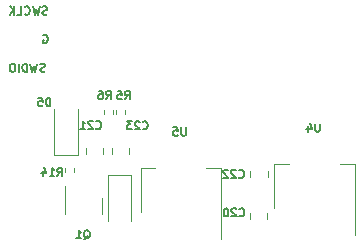
<source format=gbr>
%TF.GenerationSoftware,KiCad,Pcbnew,6.0.11-2627ca5db0~126~ubuntu22.04.1*%
%TF.CreationDate,2023-06-07T19:59:22+02:00*%
%TF.ProjectId,asac-fc-rev-b,61736163-2d66-4632-9d72-65762d622e6b,B*%
%TF.SameCoordinates,Original*%
%TF.FileFunction,Legend,Bot*%
%TF.FilePolarity,Positive*%
%FSLAX46Y46*%
G04 Gerber Fmt 4.6, Leading zero omitted, Abs format (unit mm)*
G04 Created by KiCad (PCBNEW 6.0.11-2627ca5db0~126~ubuntu22.04.1) date 2023-06-07 19:59:22*
%MOMM*%
%LPD*%
G01*
G04 APERTURE LIST*
%ADD10C,0.175000*%
%ADD11C,0.150000*%
%ADD12C,0.120000*%
G04 APERTURE END LIST*
D10*
X109363333Y-120253333D02*
X109263333Y-120286666D01*
X109096666Y-120286666D01*
X109030000Y-120253333D01*
X108996666Y-120220000D01*
X108963333Y-120153333D01*
X108963333Y-120086666D01*
X108996666Y-120020000D01*
X109030000Y-119986666D01*
X109096666Y-119953333D01*
X109230000Y-119920000D01*
X109296666Y-119886666D01*
X109330000Y-119853333D01*
X109363333Y-119786666D01*
X109363333Y-119720000D01*
X109330000Y-119653333D01*
X109296666Y-119620000D01*
X109230000Y-119586666D01*
X109063333Y-119586666D01*
X108963333Y-119620000D01*
X108730000Y-119586666D02*
X108563333Y-120286666D01*
X108430000Y-119786666D01*
X108296666Y-120286666D01*
X108130000Y-119586666D01*
X107863333Y-120286666D02*
X107863333Y-119586666D01*
X107696666Y-119586666D01*
X107596666Y-119620000D01*
X107530000Y-119686666D01*
X107496666Y-119753333D01*
X107463333Y-119886666D01*
X107463333Y-119986666D01*
X107496666Y-120120000D01*
X107530000Y-120186666D01*
X107596666Y-120253333D01*
X107696666Y-120286666D01*
X107863333Y-120286666D01*
X107163333Y-120286666D02*
X107163333Y-119586666D01*
X106696666Y-119586666D02*
X106563333Y-119586666D01*
X106496666Y-119620000D01*
X106430000Y-119686666D01*
X106396666Y-119820000D01*
X106396666Y-120053333D01*
X106430000Y-120186666D01*
X106496666Y-120253333D01*
X106563333Y-120286666D01*
X106696666Y-120286666D01*
X106763333Y-120253333D01*
X106830000Y-120186666D01*
X106863333Y-120053333D01*
X106863333Y-119820000D01*
X106830000Y-119686666D01*
X106763333Y-119620000D01*
X106696666Y-119586666D01*
X109196666Y-117190000D02*
X109263333Y-117156666D01*
X109363333Y-117156666D01*
X109463333Y-117190000D01*
X109530000Y-117256666D01*
X109563333Y-117323333D01*
X109596666Y-117456666D01*
X109596666Y-117556666D01*
X109563333Y-117690000D01*
X109530000Y-117756666D01*
X109463333Y-117823333D01*
X109363333Y-117856666D01*
X109296666Y-117856666D01*
X109196666Y-117823333D01*
X109163333Y-117790000D01*
X109163333Y-117556666D01*
X109296666Y-117556666D01*
X109553333Y-115423333D02*
X109453333Y-115456666D01*
X109286666Y-115456666D01*
X109220000Y-115423333D01*
X109186666Y-115390000D01*
X109153333Y-115323333D01*
X109153333Y-115256666D01*
X109186666Y-115190000D01*
X109220000Y-115156666D01*
X109286666Y-115123333D01*
X109420000Y-115090000D01*
X109486666Y-115056666D01*
X109520000Y-115023333D01*
X109553333Y-114956666D01*
X109553333Y-114890000D01*
X109520000Y-114823333D01*
X109486666Y-114790000D01*
X109420000Y-114756666D01*
X109253333Y-114756666D01*
X109153333Y-114790000D01*
X108920000Y-114756666D02*
X108753333Y-115456666D01*
X108620000Y-114956666D01*
X108486666Y-115456666D01*
X108320000Y-114756666D01*
X107653333Y-115390000D02*
X107686666Y-115423333D01*
X107786666Y-115456666D01*
X107853333Y-115456666D01*
X107953333Y-115423333D01*
X108020000Y-115356666D01*
X108053333Y-115290000D01*
X108086666Y-115156666D01*
X108086666Y-115056666D01*
X108053333Y-114923333D01*
X108020000Y-114856666D01*
X107953333Y-114790000D01*
X107853333Y-114756666D01*
X107786666Y-114756666D01*
X107686666Y-114790000D01*
X107653333Y-114823333D01*
X107020000Y-115456666D02*
X107353333Y-115456666D01*
X107353333Y-114756666D01*
X106786666Y-115456666D02*
X106786666Y-114756666D01*
X106386666Y-115456666D02*
X106686666Y-115056666D01*
X106386666Y-114756666D02*
X106786666Y-115156666D01*
D11*
%TO.C,U4*%
X132643333Y-124666666D02*
X132643333Y-125233333D01*
X132610000Y-125300000D01*
X132576666Y-125333333D01*
X132510000Y-125366666D01*
X132376666Y-125366666D01*
X132310000Y-125333333D01*
X132276666Y-125300000D01*
X132243333Y-125233333D01*
X132243333Y-124666666D01*
X131610000Y-124900000D02*
X131610000Y-125366666D01*
X131776666Y-124633333D02*
X131943333Y-125133333D01*
X131510000Y-125133333D01*
%TO.C,C22*%
X125790000Y-129210000D02*
X125823333Y-129243333D01*
X125923333Y-129276666D01*
X125990000Y-129276666D01*
X126090000Y-129243333D01*
X126156666Y-129176666D01*
X126190000Y-129110000D01*
X126223333Y-128976666D01*
X126223333Y-128876666D01*
X126190000Y-128743333D01*
X126156666Y-128676666D01*
X126090000Y-128610000D01*
X125990000Y-128576666D01*
X125923333Y-128576666D01*
X125823333Y-128610000D01*
X125790000Y-128643333D01*
X125523333Y-128643333D02*
X125490000Y-128610000D01*
X125423333Y-128576666D01*
X125256666Y-128576666D01*
X125190000Y-128610000D01*
X125156666Y-128643333D01*
X125123333Y-128710000D01*
X125123333Y-128776666D01*
X125156666Y-128876666D01*
X125556666Y-129276666D01*
X125123333Y-129276666D01*
X124856666Y-128643333D02*
X124823333Y-128610000D01*
X124756666Y-128576666D01*
X124590000Y-128576666D01*
X124523333Y-128610000D01*
X124490000Y-128643333D01*
X124456666Y-128710000D01*
X124456666Y-128776666D01*
X124490000Y-128876666D01*
X124890000Y-129276666D01*
X124456666Y-129276666D01*
%TO.C,C20*%
X125830000Y-132470000D02*
X125863333Y-132503333D01*
X125963333Y-132536666D01*
X126030000Y-132536666D01*
X126130000Y-132503333D01*
X126196666Y-132436666D01*
X126230000Y-132370000D01*
X126263333Y-132236666D01*
X126263333Y-132136666D01*
X126230000Y-132003333D01*
X126196666Y-131936666D01*
X126130000Y-131870000D01*
X126030000Y-131836666D01*
X125963333Y-131836666D01*
X125863333Y-131870000D01*
X125830000Y-131903333D01*
X125563333Y-131903333D02*
X125530000Y-131870000D01*
X125463333Y-131836666D01*
X125296666Y-131836666D01*
X125230000Y-131870000D01*
X125196666Y-131903333D01*
X125163333Y-131970000D01*
X125163333Y-132036666D01*
X125196666Y-132136666D01*
X125596666Y-132536666D01*
X125163333Y-132536666D01*
X124730000Y-131836666D02*
X124663333Y-131836666D01*
X124596666Y-131870000D01*
X124563333Y-131903333D01*
X124530000Y-131970000D01*
X124496666Y-132103333D01*
X124496666Y-132270000D01*
X124530000Y-132403333D01*
X124563333Y-132470000D01*
X124596666Y-132503333D01*
X124663333Y-132536666D01*
X124730000Y-132536666D01*
X124796666Y-132503333D01*
X124830000Y-132470000D01*
X124863333Y-132403333D01*
X124896666Y-132270000D01*
X124896666Y-132103333D01*
X124863333Y-131970000D01*
X124830000Y-131903333D01*
X124796666Y-131870000D01*
X124730000Y-131836666D01*
%TO.C,R6*%
X114546666Y-122596666D02*
X114780000Y-122263333D01*
X114946666Y-122596666D02*
X114946666Y-121896666D01*
X114680000Y-121896666D01*
X114613333Y-121930000D01*
X114580000Y-121963333D01*
X114546666Y-122030000D01*
X114546666Y-122130000D01*
X114580000Y-122196666D01*
X114613333Y-122230000D01*
X114680000Y-122263333D01*
X114946666Y-122263333D01*
X113946666Y-121896666D02*
X114080000Y-121896666D01*
X114146666Y-121930000D01*
X114180000Y-121963333D01*
X114246666Y-122063333D01*
X114280000Y-122196666D01*
X114280000Y-122463333D01*
X114246666Y-122530000D01*
X114213333Y-122563333D01*
X114146666Y-122596666D01*
X114013333Y-122596666D01*
X113946666Y-122563333D01*
X113913333Y-122530000D01*
X113880000Y-122463333D01*
X113880000Y-122296666D01*
X113913333Y-122230000D01*
X113946666Y-122196666D01*
X114013333Y-122163333D01*
X114146666Y-122163333D01*
X114213333Y-122196666D01*
X114246666Y-122230000D01*
X114280000Y-122296666D01*
%TO.C,C21*%
X113700000Y-125060000D02*
X113733333Y-125093333D01*
X113833333Y-125126666D01*
X113900000Y-125126666D01*
X114000000Y-125093333D01*
X114066666Y-125026666D01*
X114100000Y-124960000D01*
X114133333Y-124826666D01*
X114133333Y-124726666D01*
X114100000Y-124593333D01*
X114066666Y-124526666D01*
X114000000Y-124460000D01*
X113900000Y-124426666D01*
X113833333Y-124426666D01*
X113733333Y-124460000D01*
X113700000Y-124493333D01*
X113433333Y-124493333D02*
X113400000Y-124460000D01*
X113333333Y-124426666D01*
X113166666Y-124426666D01*
X113100000Y-124460000D01*
X113066666Y-124493333D01*
X113033333Y-124560000D01*
X113033333Y-124626666D01*
X113066666Y-124726666D01*
X113466666Y-125126666D01*
X113033333Y-125126666D01*
X112366666Y-125126666D02*
X112766666Y-125126666D01*
X112566666Y-125126666D02*
X112566666Y-124426666D01*
X112633333Y-124526666D01*
X112700000Y-124593333D01*
X112766666Y-124626666D01*
%TO.C,U5*%
X121313333Y-124986666D02*
X121313333Y-125553333D01*
X121280000Y-125620000D01*
X121246666Y-125653333D01*
X121180000Y-125686666D01*
X121046666Y-125686666D01*
X120980000Y-125653333D01*
X120946666Y-125620000D01*
X120913333Y-125553333D01*
X120913333Y-124986666D01*
X120246666Y-124986666D02*
X120580000Y-124986666D01*
X120613333Y-125320000D01*
X120580000Y-125286666D01*
X120513333Y-125253333D01*
X120346666Y-125253333D01*
X120280000Y-125286666D01*
X120246666Y-125320000D01*
X120213333Y-125386666D01*
X120213333Y-125553333D01*
X120246666Y-125620000D01*
X120280000Y-125653333D01*
X120346666Y-125686666D01*
X120513333Y-125686666D01*
X120580000Y-125653333D01*
X120613333Y-125620000D01*
%TO.C,R5*%
X116146666Y-122616666D02*
X116380000Y-122283333D01*
X116546666Y-122616666D02*
X116546666Y-121916666D01*
X116280000Y-121916666D01*
X116213333Y-121950000D01*
X116180000Y-121983333D01*
X116146666Y-122050000D01*
X116146666Y-122150000D01*
X116180000Y-122216666D01*
X116213333Y-122250000D01*
X116280000Y-122283333D01*
X116546666Y-122283333D01*
X115513333Y-121916666D02*
X115846666Y-121916666D01*
X115880000Y-122250000D01*
X115846666Y-122216666D01*
X115780000Y-122183333D01*
X115613333Y-122183333D01*
X115546666Y-122216666D01*
X115513333Y-122250000D01*
X115480000Y-122316666D01*
X115480000Y-122483333D01*
X115513333Y-122550000D01*
X115546666Y-122583333D01*
X115613333Y-122616666D01*
X115780000Y-122616666D01*
X115846666Y-122583333D01*
X115880000Y-122550000D01*
%TO.C,D5*%
X109836666Y-123196666D02*
X109836666Y-122496666D01*
X109670000Y-122496666D01*
X109570000Y-122530000D01*
X109503333Y-122596666D01*
X109470000Y-122663333D01*
X109436666Y-122796666D01*
X109436666Y-122896666D01*
X109470000Y-123030000D01*
X109503333Y-123096666D01*
X109570000Y-123163333D01*
X109670000Y-123196666D01*
X109836666Y-123196666D01*
X108803333Y-122496666D02*
X109136666Y-122496666D01*
X109170000Y-122830000D01*
X109136666Y-122796666D01*
X109070000Y-122763333D01*
X108903333Y-122763333D01*
X108836666Y-122796666D01*
X108803333Y-122830000D01*
X108770000Y-122896666D01*
X108770000Y-123063333D01*
X108803333Y-123130000D01*
X108836666Y-123163333D01*
X108903333Y-123196666D01*
X109070000Y-123196666D01*
X109136666Y-123163333D01*
X109170000Y-123130000D01*
%TO.C,C23*%
X117650000Y-125100000D02*
X117683333Y-125133333D01*
X117783333Y-125166666D01*
X117850000Y-125166666D01*
X117950000Y-125133333D01*
X118016666Y-125066666D01*
X118050000Y-125000000D01*
X118083333Y-124866666D01*
X118083333Y-124766666D01*
X118050000Y-124633333D01*
X118016666Y-124566666D01*
X117950000Y-124500000D01*
X117850000Y-124466666D01*
X117783333Y-124466666D01*
X117683333Y-124500000D01*
X117650000Y-124533333D01*
X117383333Y-124533333D02*
X117350000Y-124500000D01*
X117283333Y-124466666D01*
X117116666Y-124466666D01*
X117050000Y-124500000D01*
X117016666Y-124533333D01*
X116983333Y-124600000D01*
X116983333Y-124666666D01*
X117016666Y-124766666D01*
X117416666Y-125166666D01*
X116983333Y-125166666D01*
X116750000Y-124466666D02*
X116316666Y-124466666D01*
X116550000Y-124733333D01*
X116450000Y-124733333D01*
X116383333Y-124766666D01*
X116350000Y-124800000D01*
X116316666Y-124866666D01*
X116316666Y-125033333D01*
X116350000Y-125100000D01*
X116383333Y-125133333D01*
X116450000Y-125166666D01*
X116650000Y-125166666D01*
X116716666Y-125133333D01*
X116750000Y-125100000D01*
%TO.C,R14*%
X110430000Y-129116666D02*
X110663333Y-128783333D01*
X110830000Y-129116666D02*
X110830000Y-128416666D01*
X110563333Y-128416666D01*
X110496666Y-128450000D01*
X110463333Y-128483333D01*
X110430000Y-128550000D01*
X110430000Y-128650000D01*
X110463333Y-128716666D01*
X110496666Y-128750000D01*
X110563333Y-128783333D01*
X110830000Y-128783333D01*
X109763333Y-129116666D02*
X110163333Y-129116666D01*
X109963333Y-129116666D02*
X109963333Y-128416666D01*
X110030000Y-128516666D01*
X110096666Y-128583333D01*
X110163333Y-128616666D01*
X109163333Y-128650000D02*
X109163333Y-129116666D01*
X109330000Y-128383333D02*
X109496666Y-128883333D01*
X109063333Y-128883333D01*
%TO.C,Q1*%
X112656666Y-134463333D02*
X112723333Y-134430000D01*
X112790000Y-134363333D01*
X112890000Y-134263333D01*
X112956666Y-134230000D01*
X113023333Y-134230000D01*
X112990000Y-134396666D02*
X113056666Y-134363333D01*
X113123333Y-134296666D01*
X113156666Y-134163333D01*
X113156666Y-133930000D01*
X113123333Y-133796666D01*
X113056666Y-133730000D01*
X112990000Y-133696666D01*
X112856666Y-133696666D01*
X112790000Y-133730000D01*
X112723333Y-133796666D01*
X112690000Y-133930000D01*
X112690000Y-134163333D01*
X112723333Y-134296666D01*
X112790000Y-134363333D01*
X112856666Y-134396666D01*
X112990000Y-134396666D01*
X112023333Y-134396666D02*
X112423333Y-134396666D01*
X112223333Y-134396666D02*
X112223333Y-133696666D01*
X112290000Y-133796666D01*
X112356666Y-133863333D01*
X112423333Y-133896666D01*
D12*
%TO.C,U4*%
X128790000Y-128065000D02*
X130050000Y-128065000D01*
X135610000Y-134075000D02*
X135610000Y-128065000D01*
X128790000Y-131825000D02*
X128790000Y-128065000D01*
X135610000Y-128065000D02*
X134350000Y-128065000D01*
%TO.C,C22*%
X126755000Y-129201252D02*
X126755000Y-128678748D01*
X128225000Y-129201252D02*
X128225000Y-128678748D01*
%TO.C,D4*%
X114670000Y-129000000D02*
X116670000Y-129000000D01*
X114670000Y-129000000D02*
X114670000Y-132900000D01*
X116670000Y-129000000D02*
X116670000Y-132900000D01*
%TO.C,C20*%
X126715000Y-132736252D02*
X126715000Y-132213748D01*
X128185000Y-132736252D02*
X128185000Y-132213748D01*
%TO.C,R6*%
X115100000Y-123526359D02*
X115100000Y-123833641D01*
X114340000Y-123526359D02*
X114340000Y-123833641D01*
%TO.C,C21*%
X112815000Y-127261252D02*
X112815000Y-126738748D01*
X114285000Y-127261252D02*
X114285000Y-126738748D01*
%TO.C,U5*%
X117465000Y-128415000D02*
X118725000Y-128415000D01*
X124285000Y-134425000D02*
X124285000Y-128415000D01*
X124285000Y-128415000D02*
X123025000Y-128415000D01*
X117465000Y-132175000D02*
X117465000Y-128415000D01*
%TO.C,R5*%
X116120000Y-123556359D02*
X116120000Y-123863641D01*
X115360000Y-123556359D02*
X115360000Y-123863641D01*
%TO.C,D5*%
X112160000Y-127350000D02*
X112160000Y-123450000D01*
X110160000Y-127350000D02*
X110160000Y-123450000D01*
X112160000Y-127350000D02*
X110160000Y-127350000D01*
%TO.C,C23*%
X116505000Y-127231252D02*
X116505000Y-126708748D01*
X115035000Y-127231252D02*
X115035000Y-126708748D01*
%TO.C,R14*%
X111800000Y-128753641D02*
X111800000Y-128446359D01*
X111040000Y-128753641D02*
X111040000Y-128446359D01*
%TO.C,Q1*%
X111040000Y-131660000D02*
X111040000Y-132310000D01*
X114160000Y-131660000D02*
X114160000Y-132310000D01*
X111040000Y-131660000D02*
X111040000Y-129985000D01*
X114160000Y-131660000D02*
X114160000Y-131010000D01*
%TD*%
M02*

</source>
